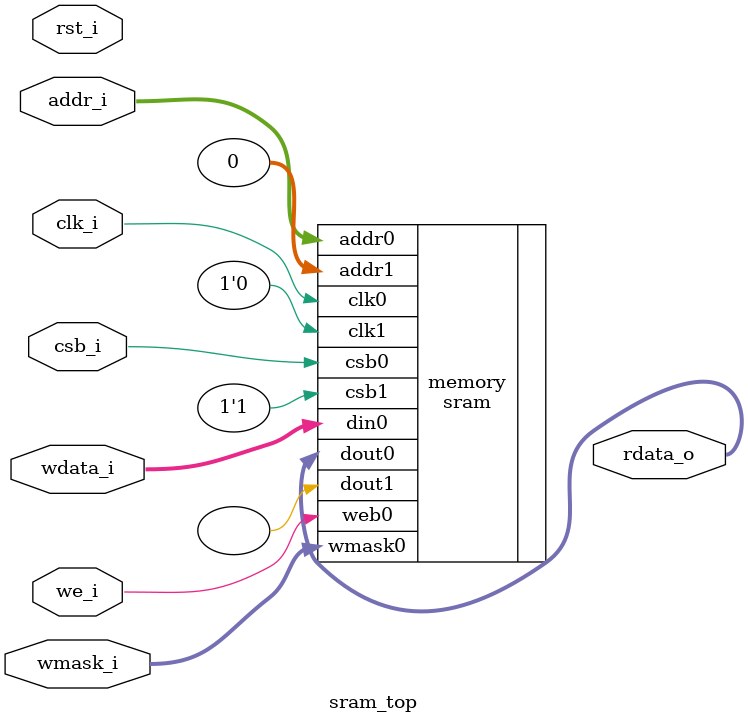
<source format=v>
/* verilator lint_off ASSIGNDLY */
/* verilator lint_off PINCONNECTEMPTY */
/* verilator lint_off WIDTH */
/* verilator lint_off UNUSED */
/* verilator lint_off SYNCASYNCNET */

module sram_top #(
    parameter IFILE_IN = ""
)
(
  input clk_i,
  input rst_i,

// sram interface in
  input        csb_i,
  input [27:0] addr_i,
  input [31:0] wdata_i,
  input [3:0]  wmask_i,
  input        we_i,
  output reg [31:0] rdata_o

);

reg        csb;
reg [12:0] addr_o;
reg [31:0] wdata_o;
reg [3:0]  wmask_o;
reg        we_o;
reg [31:0] rdata_i;

reg rvalid;

always @(negedge clk_i) begin
  if(rst_i) begin
    csb <= 1'b1;
    addr_o <= 0;
    wdata_o <= 0;
    wmask_o <= 0;
    we_o <= 1'b1;
  end else begin
    csb <= csb_i;
    addr_o <= addr_i;
    wdata_o <= wdata_i;
    wmask_o <= wmask_i;
    we_o <= we_i;
  end
end

sram #(
  .NUM_WMASKS (4),
  .DATA_WIDTH (32),
  //.ADDR_WIDTH (13),
  //.RAM_DEPTH (1 << 13),
  // FIXME: This delay is arbitrary.
  .DELAY (3),
  .IZERO (0) , // binary / Initial RAM with zeros (has priority over INITFILE)
  .IFILE (IFILE_IN)
 ) memory (
/*`ifdef USE_POWER_PINS
	.vdd,
	.gnd,
`endif */
    .clk0(clk_i),
    .csb0(csb_i),
    .web0(we_i),
    .wmask0(wmask_i),
    .addr0(addr_i),
    .din0(wdata_i),
    .dout0(rdata_o),
    .clk1(1'b0),
    .csb1(1'b1),
    .addr1(0),
    .dout1()
 );

always @(posedge clk_i or posedge rst_i) begin
    if (rst_i) begin
     rvalid <= 1'b0;
    end else if (!we_i) begin
     rvalid <= 1'b0;
    end else if(!csb_i && we_i) begin
     rvalid <= 1'b1;
    end
end

endmodule

</source>
